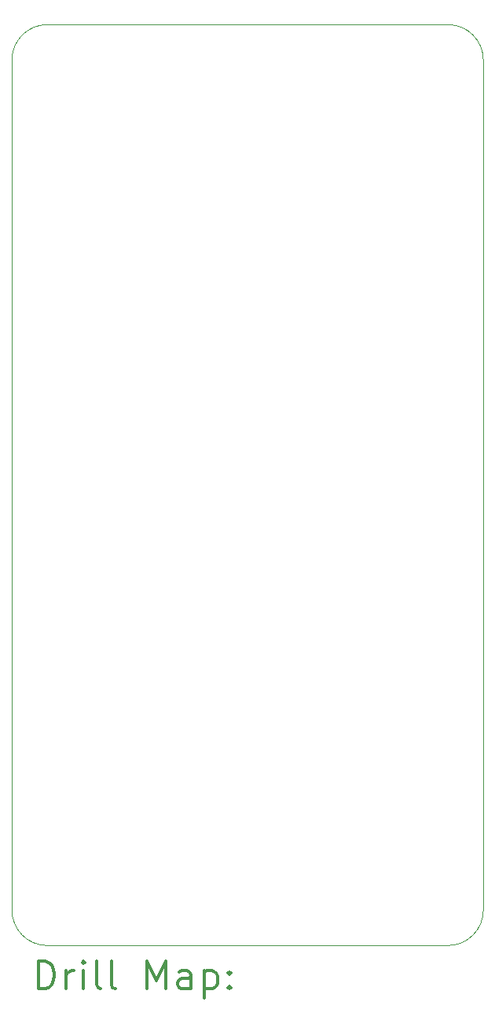
<source format=gbr>
%FSLAX45Y45*%
G04 Gerber Fmt 4.5, Leading zero omitted, Abs format (unit mm)*
G04 Created by KiCad (PCBNEW (5.1.10)-1) date 2022-02-12 13:06:28*
%MOMM*%
%LPD*%
G01*
G04 APERTURE LIST*
%TA.AperFunction,Profile*%
%ADD10C,0.025400*%
%TD*%
%ADD11C,0.200000*%
%ADD12C,0.300000*%
G04 APERTURE END LIST*
D10*
X7543800Y-2641600D02*
X11861800Y-2641600D01*
X7543800Y-12547600D02*
X11861800Y-12547600D01*
X7162800Y-12166600D02*
X7162800Y-3022600D01*
X12242800Y-3022600D02*
X12242800Y-12166600D01*
X7543800Y-12547600D02*
G75*
G02*
X7162800Y-12166600I0J381000D01*
G01*
X12242800Y-12166600D02*
G75*
G02*
X11861800Y-12547600I-381000J0D01*
G01*
X7162800Y-3022600D02*
G75*
G02*
X7543800Y-2641600I381000J0D01*
G01*
X11861800Y-2641600D02*
G75*
G02*
X12242800Y-3022600I0J-381000D01*
G01*
D11*
D12*
X7447958Y-13014584D02*
X7447958Y-12714584D01*
X7519387Y-12714584D01*
X7562244Y-12728870D01*
X7590816Y-12757441D01*
X7605101Y-12786013D01*
X7619387Y-12843156D01*
X7619387Y-12886013D01*
X7605101Y-12943156D01*
X7590816Y-12971727D01*
X7562244Y-13000299D01*
X7519387Y-13014584D01*
X7447958Y-13014584D01*
X7747958Y-13014584D02*
X7747958Y-12814584D01*
X7747958Y-12871727D02*
X7762244Y-12843156D01*
X7776530Y-12828870D01*
X7805101Y-12814584D01*
X7833673Y-12814584D01*
X7933673Y-13014584D02*
X7933673Y-12814584D01*
X7933673Y-12714584D02*
X7919387Y-12728870D01*
X7933673Y-12743156D01*
X7947958Y-12728870D01*
X7933673Y-12714584D01*
X7933673Y-12743156D01*
X8119387Y-13014584D02*
X8090816Y-13000299D01*
X8076530Y-12971727D01*
X8076530Y-12714584D01*
X8276530Y-13014584D02*
X8247958Y-13000299D01*
X8233673Y-12971727D01*
X8233673Y-12714584D01*
X8619387Y-13014584D02*
X8619387Y-12714584D01*
X8719387Y-12928870D01*
X8819387Y-12714584D01*
X8819387Y-13014584D01*
X9090816Y-13014584D02*
X9090816Y-12857441D01*
X9076530Y-12828870D01*
X9047958Y-12814584D01*
X8990816Y-12814584D01*
X8962244Y-12828870D01*
X9090816Y-13000299D02*
X9062244Y-13014584D01*
X8990816Y-13014584D01*
X8962244Y-13000299D01*
X8947958Y-12971727D01*
X8947958Y-12943156D01*
X8962244Y-12914584D01*
X8990816Y-12900299D01*
X9062244Y-12900299D01*
X9090816Y-12886013D01*
X9233673Y-12814584D02*
X9233673Y-13114584D01*
X9233673Y-12828870D02*
X9262244Y-12814584D01*
X9319387Y-12814584D01*
X9347958Y-12828870D01*
X9362244Y-12843156D01*
X9376530Y-12871727D01*
X9376530Y-12957441D01*
X9362244Y-12986013D01*
X9347958Y-13000299D01*
X9319387Y-13014584D01*
X9262244Y-13014584D01*
X9233673Y-13000299D01*
X9505101Y-12986013D02*
X9519387Y-13000299D01*
X9505101Y-13014584D01*
X9490816Y-13000299D01*
X9505101Y-12986013D01*
X9505101Y-13014584D01*
X9505101Y-12828870D02*
X9519387Y-12843156D01*
X9505101Y-12857441D01*
X9490816Y-12843156D01*
X9505101Y-12828870D01*
X9505101Y-12857441D01*
M02*

</source>
